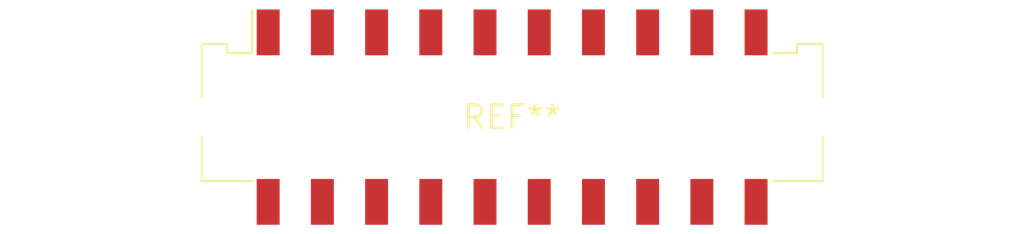
<source format=kicad_pcb>
(kicad_pcb (version 20240108) (generator pcbnew)
  (layers (0 "F.Cu" signal) (31 "B.Cu" signal) (34 "B.Paste" user) (35 "F.Paste" user) (36 "B.SilkS" user "B.Silkscreen") (37 "F.SilkS" user "F.Silkscreen") (38 "B.Mask" user) (39 "F.Mask" user) (44 "Edge.Cuts" user))
  (net 0 "")
  (footprint "Molex_Micro-Fit_3.0_43045-2015_2x10_P3.00mm_Vertical" (layer "F.Cu") (at 0 0)
    (property "Reference" "REF**")
    (property "Value" "Molex_Micro-Fit_3.0_43045-2015_2x10_P3.00mm_Vertical")
    (fp_line (start -17.185 -4.05) (end -15.765 -4.05) (layer "F.SilkS") (stroke (width 0.12)))
    (fp_line (start -17.185 -1.085) (end -17.185 -4.05) (layer "F.SilkS") (stroke (width 0.12)))
    (fp_line (start -17.185 1.085) (end -17.185 3.54) (layer "F.SilkS") (stroke (width 0.12)))
    (fp_line (start -17.185 3.54) (end -14.395 3.54) (layer "F.SilkS") (stroke (width 0.12)))
    (fp_line (start -15.765 -4.05) (end -15.765 -3.55) (layer "F.SilkS") (stroke (width 0.12)))
    (fp_line (start -15.765 -3.55) (end -14.395 -3.55) (layer "F.SilkS") (stroke (width 0.12)))
    (fp_line (start -14.395 -3.55) (end -14.395 -5.97) (layer "F.SilkS") (stroke (width 0.12)))
    (fp_line (start 15.765 -4.05) (end 15.765 -3.55) (layer "F.SilkS") (stroke (width 0.12)))
    (fp_line (start 15.765 -3.55) (end 14.395 -3.55) (layer "F.SilkS") (stroke (width 0.12)))
    (fp_line (start 17.185 -4.05) (end 15.765 -4.05) (layer "F.SilkS") (stroke (width 0.12)))
    (fp_line (start 17.185 -1.085) (end 17.185 -4.05) (layer "F.SilkS") (stroke (width 0.12)))
    (fp_line (start 17.185 1.085) (end 17.185 3.54) (layer "F.SilkS") (stroke (width 0.12)))
    (fp_line (start 17.185 3.54) (end 14.395 3.54) (layer "F.SilkS") (stroke (width 0.12)))
    (pad "" np_thru_hole circle (at -15.65 0) (size 2.41 2.41) (drill 2.41) (layers *.Cu *.Mask))
    (pad "" np_thru_hole circle (at 15.65 0) (size 2.41 2.41) (drill 2.41) (layers *.Cu *.Mask))
    (pad "1" smd rect (at -13.5 -4.7) (size 1.27 2.54) (layers "F.Cu" "F.Paste" "F.Mask"))
    (pad "2" smd rect (at -10.5 -4.7) (size 1.27 2.54) (layers "F.Cu" "F.Paste" "F.Mask"))
    (pad "3" smd rect (at -7.5 -4.7) (size 1.27 2.54) (layers "F.Cu" "F.Paste" "F.Mask"))
    (pad "4" smd rect (at -4.5 -4.7) (size 1.27 2.54) (layers "F.Cu" "F.Paste" "F.Mask"))
    (pad "5" smd rect (at -1.5 -4.7) (size 1.27 2.54) (layers "F.Cu" "F.Paste" "F.Mask"))
    (pad "6" smd rect (at 1.5 -4.7) (size 1.27 2.54) (layers "F.Cu" "F.Paste" "F.Mask"))
    (pad "7" smd rect (at 4.5 -4.7) (size 1.27 2.54) (layers "F.Cu" "F.Paste" "F.Mask"))
    (pad "8" smd rect (at 7.5 -4.7) (size 1.27 2.54) (layers "F.Cu" "F.Paste" "F.Mask"))
    (pad "9" smd rect (at 10.5 -4.7) (size 1.27 2.54) (layers "F.Cu" "F.Paste" "F.Mask"))
    (pad "10" smd rect (at 13.5 -4.7) (size 1.27 2.54) (layers "F.Cu" "F.Paste" "F.Mask"))
    (pad "11" smd rect (at -13.5 4.7) (size 1.27 2.54) (layers "F.Cu" "F.Paste" "F.Mask"))
    (pad "12" smd rect (at -10.5 4.7) (size 1.27 2.54) (layers "F.Cu" "F.Paste" "F.Mask"))
    (pad "13" smd rect (at -7.5 4.7) (size 1.27 2.54) (layers "F.Cu" "F.Paste" "F.Mask"))
    (pad "14" smd rect (at -4.5 4.7) (size 1.27 2.54) (layers "F.Cu" "F.Paste" "F.Mask"))
    (pad "15" smd rect (at -1.5 4.7) (size 1.27 2.54) (layers "F.Cu" "F.Paste" "F.Mask"))
    (pad "16" smd rect (at 1.5 4.7) (size 1.27 2.54) (layers "F.Cu" "F.Paste" "F.Mask"))
    (pad "17" smd rect (at 4.5 4.7) (size 1.27 2.54) (layers "F.Cu" "F.Paste" "F.Mask"))
    (pad "18" smd rect (at 7.5 4.7) (size 1.27 2.54) (layers "F.Cu" "F.Paste" "F.Mask"))
    (pad "19" smd rect (at 10.5 4.7) (size 1.27 2.54) (layers "F.Cu" "F.Paste" "F.Mask"))
    (pad "20" smd rect (at 13.5 4.7) (size 1.27 2.54) (layers "F.Cu" "F.Paste" "F.Mask"))
  )
)
</source>
